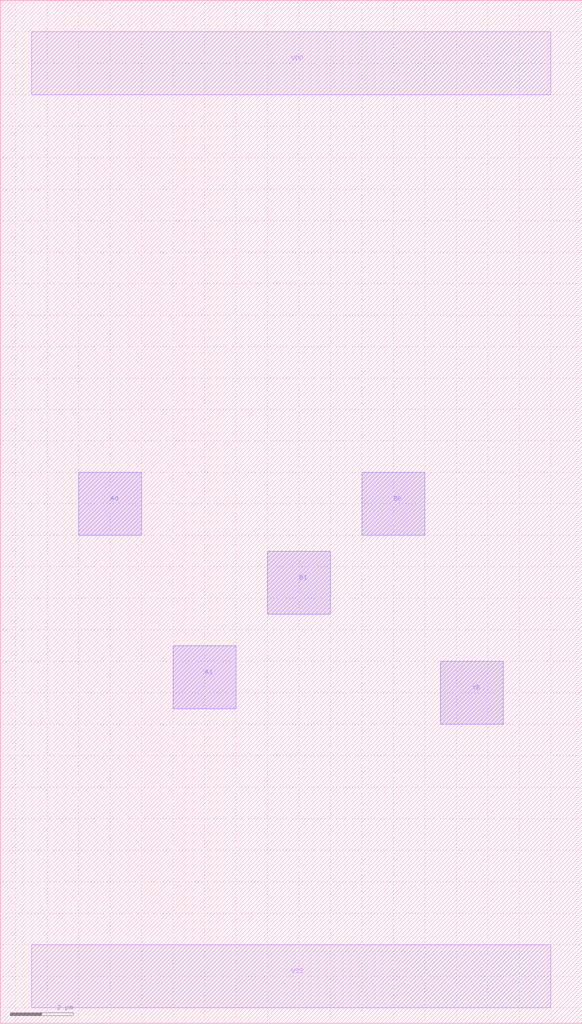
<source format=lef>
# C:/Users/akita/Documents/nr222.lef
# Created by Glade release version 4.7.35 compiled on May 19 2020 19:14:35
# Run by akita on host LAPTOP-E0CJ65QR at Wed Jun  3 17:43:03 2020

VERSION 5.6 ;
NAMESCASESENSITIVE ON ;
BUSBITCHARS "[]" ;
DIVIDERCHAR "/"  ;
UNITS
    DATABASE MICRONS 1000 ;
END UNITS

MACRO nr222
    CLASS core ;
    FOREIGN nr222 -1.500 -1.500 ;
    ORIGIN 1.500 1.500 ;
    SIZE 18.500 BY 32.500 ;
    PIN YB
        DIRECTION OUTPUT ;
        USE SIGNAL ;
        PORT
        LAYER ML2 ;
        RECT 12.500 8.000 14.500 10.000 ;
        LAYER ML1 ;
        RECT 12.500 8.000 14.500 10.000 ;
        END
    END YB
    PIN A0
        DIRECTION INPUT ;
        USE SIGNAL ;
        PORT
        LAYER ML2 ;
        RECT 1.000 14.000 3.000 16.000 ;
        LAYER ML1 ;
        RECT 1.000 14.000 3.000 16.000 ;
        END
    END A0
    PIN VDD
        DIRECTION INOUT ;
        USE POWER ;
        PORT
        LAYER ML1 ;
        RECT -0.500 28.000 16.000 30.000 ;
        END
    END VDD
    PIN A1
        DIRECTION INPUT ;
        USE SIGNAL ;
        PORT
        LAYER ML2 ;
        RECT 4.000 8.500 6.000 10.500 ;
        LAYER ML1 ;
        RECT 4.000 8.500 6.000 10.500 ;
        END
    END A1
    PIN B1
        DIRECTION INPUT ;
        USE SIGNAL ;
        PORT
        LAYER ML2 ;
        RECT 7.000 11.500 9.000 13.500 ;
        LAYER ML1 ;
        RECT 7.000 11.500 9.000 13.500 ;
        END
    END B1
    PIN VSS
        DIRECTION INOUT ;
        USE GROUND ;
        PORT
        LAYER ML1 ;
        RECT -0.500 -1.000 16.000 1.000 ;
        END
    END VSS
    PIN B0
        DIRECTION INPUT ;
        USE SIGNAL ;
        PORT
        LAYER ML2 ;
        RECT 10.000 14.000 12.000 16.000 ;
        LAYER ML1 ;
        RECT 10.000 14.000 12.000 16.000 ;
        END
    END B0
    OBS
    END
END nr222

END LIBRARY

</source>
